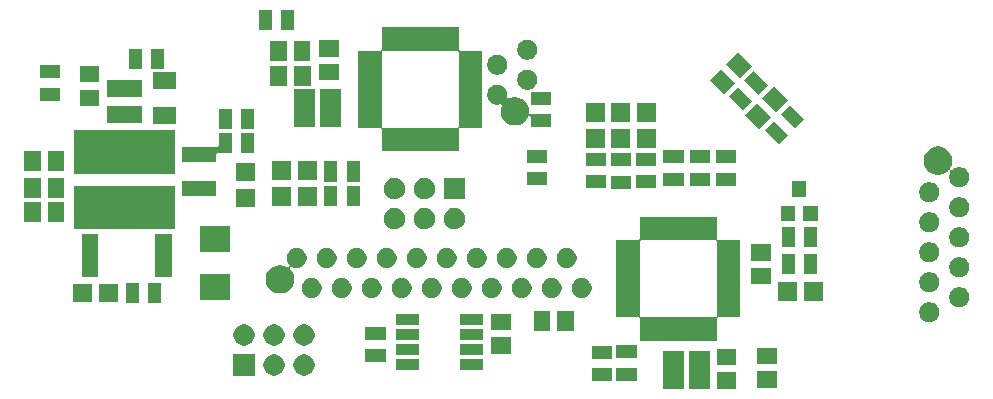
<source format=gts>
G04 #@! TF.GenerationSoftware,KiCad,Pcbnew,5.0.2-bee76a0~70~ubuntu18.04.1*
G04 #@! TF.CreationDate,2019-04-15T21:30:03-04:00*
G04 #@! TF.ProjectId,dashboard_mk4_rev4,64617368-626f-4617-9264-5f6d6b345f72,6.0*
G04 #@! TF.SameCoordinates,Original*
G04 #@! TF.FileFunction,Soldermask,Top*
G04 #@! TF.FilePolarity,Negative*
%FSLAX46Y46*%
G04 Gerber Fmt 4.6, Leading zero omitted, Abs format (unit mm)*
G04 Created by KiCad (PCBNEW 5.0.2-bee76a0~70~ubuntu18.04.1) date Mon 15 Apr 2019 09:30:03 PM EDT*
%MOMM*%
%LPD*%
G01*
G04 APERTURE LIST*
%ADD10C,0.100000*%
G04 APERTURE END LIST*
D10*
G36*
X144373812Y-162832579D02*
X142573812Y-162832579D01*
X142573812Y-159632579D01*
X144373812Y-159632579D01*
X144373812Y-162832579D01*
X144373812Y-162832579D01*
G37*
G36*
X142173812Y-162832579D02*
X140373812Y-162832579D01*
X140373812Y-159632579D01*
X142173812Y-159632579D01*
X142173812Y-162832579D01*
X142173812Y-162832579D01*
G37*
G36*
X146596154Y-162823336D02*
X144946154Y-162823336D01*
X144946154Y-161423336D01*
X146596154Y-161423336D01*
X146596154Y-162823336D01*
X146596154Y-162823336D01*
G37*
G36*
X150050000Y-162736000D02*
X148400000Y-162736000D01*
X148400000Y-161336000D01*
X150050000Y-161336000D01*
X150050000Y-162736000D01*
X150050000Y-162736000D01*
G37*
G36*
X136074713Y-162178576D02*
X134374713Y-162178576D01*
X134374713Y-161078576D01*
X136074713Y-161078576D01*
X136074713Y-162178576D01*
X136074713Y-162178576D01*
G37*
G36*
X138165315Y-162135472D02*
X136465315Y-162135472D01*
X136465315Y-161035472D01*
X138165315Y-161035472D01*
X138165315Y-162135472D01*
X138165315Y-162135472D01*
G37*
G36*
X110274551Y-159949286D02*
X110438339Y-160017129D01*
X110585750Y-160115626D01*
X110711104Y-160240980D01*
X110809601Y-160388391D01*
X110877444Y-160552179D01*
X110912030Y-160726056D01*
X110912030Y-160903344D01*
X110877444Y-161077221D01*
X110809601Y-161241009D01*
X110711104Y-161388420D01*
X110585750Y-161513774D01*
X110438339Y-161612271D01*
X110274551Y-161680114D01*
X110100674Y-161714700D01*
X109923386Y-161714700D01*
X109749509Y-161680114D01*
X109585721Y-161612271D01*
X109438310Y-161513774D01*
X109312956Y-161388420D01*
X109214459Y-161241009D01*
X109146616Y-161077221D01*
X109112030Y-160903344D01*
X109112030Y-160726056D01*
X109146616Y-160552179D01*
X109214459Y-160388391D01*
X109312956Y-160240980D01*
X109438310Y-160115626D01*
X109585721Y-160017129D01*
X109749509Y-159949286D01*
X109923386Y-159914700D01*
X110100674Y-159914700D01*
X110274551Y-159949286D01*
X110274551Y-159949286D01*
G37*
G36*
X107734551Y-159949286D02*
X107898339Y-160017129D01*
X108045750Y-160115626D01*
X108171104Y-160240980D01*
X108269601Y-160388391D01*
X108337444Y-160552179D01*
X108372030Y-160726056D01*
X108372030Y-160903344D01*
X108337444Y-161077221D01*
X108269601Y-161241009D01*
X108171104Y-161388420D01*
X108045750Y-161513774D01*
X107898339Y-161612271D01*
X107734551Y-161680114D01*
X107560674Y-161714700D01*
X107383386Y-161714700D01*
X107209509Y-161680114D01*
X107045721Y-161612271D01*
X106898310Y-161513774D01*
X106772956Y-161388420D01*
X106674459Y-161241009D01*
X106606616Y-161077221D01*
X106572030Y-160903344D01*
X106572030Y-160726056D01*
X106606616Y-160552179D01*
X106674459Y-160388391D01*
X106772956Y-160240980D01*
X106898310Y-160115626D01*
X107045721Y-160017129D01*
X107209509Y-159949286D01*
X107383386Y-159914700D01*
X107560674Y-159914700D01*
X107734551Y-159949286D01*
X107734551Y-159949286D01*
G37*
G36*
X105832030Y-161714700D02*
X104032030Y-161714700D01*
X104032030Y-159914700D01*
X105832030Y-159914700D01*
X105832030Y-161714700D01*
X105832030Y-161714700D01*
G37*
G36*
X125183516Y-161271054D02*
X123233516Y-161271054D01*
X123233516Y-160271054D01*
X125183516Y-160271054D01*
X125183516Y-161271054D01*
X125183516Y-161271054D01*
G37*
G36*
X119783516Y-161271054D02*
X117833516Y-161271054D01*
X117833516Y-160271054D01*
X119783516Y-160271054D01*
X119783516Y-161271054D01*
X119783516Y-161271054D01*
G37*
G36*
X146596154Y-160823336D02*
X144946154Y-160823336D01*
X144946154Y-159423336D01*
X146596154Y-159423336D01*
X146596154Y-160823336D01*
X146596154Y-160823336D01*
G37*
G36*
X150050000Y-160736000D02*
X148400000Y-160736000D01*
X148400000Y-159336000D01*
X150050000Y-159336000D01*
X150050000Y-160736000D01*
X150050000Y-160736000D01*
G37*
G36*
X116915297Y-160561632D02*
X115215297Y-160561632D01*
X115215297Y-159461632D01*
X116915297Y-159461632D01*
X116915297Y-160561632D01*
X116915297Y-160561632D01*
G37*
G36*
X136074713Y-160278578D02*
X134374713Y-160278578D01*
X134374713Y-159178578D01*
X136074713Y-159178578D01*
X136074713Y-160278578D01*
X136074713Y-160278578D01*
G37*
G36*
X138165315Y-160235474D02*
X136465315Y-160235474D01*
X136465315Y-159135474D01*
X138165315Y-159135474D01*
X138165315Y-160235474D01*
X138165315Y-160235474D01*
G37*
G36*
X125183516Y-160001054D02*
X123233516Y-160001054D01*
X123233516Y-159001054D01*
X125183516Y-159001054D01*
X125183516Y-160001054D01*
X125183516Y-160001054D01*
G37*
G36*
X119783516Y-160001054D02*
X117833516Y-160001054D01*
X117833516Y-159001054D01*
X119783516Y-159001054D01*
X119783516Y-160001054D01*
X119783516Y-160001054D01*
G37*
G36*
X127530359Y-159854855D02*
X125880359Y-159854855D01*
X125880359Y-158454855D01*
X127530359Y-158454855D01*
X127530359Y-159854855D01*
X127530359Y-159854855D01*
G37*
G36*
X107734551Y-157409286D02*
X107898339Y-157477129D01*
X108045750Y-157575626D01*
X108171104Y-157700980D01*
X108269601Y-157848391D01*
X108337444Y-158012179D01*
X108372030Y-158186056D01*
X108372030Y-158363344D01*
X108337444Y-158537221D01*
X108269601Y-158701009D01*
X108171104Y-158848420D01*
X108045750Y-158973774D01*
X107898339Y-159072271D01*
X107734551Y-159140114D01*
X107560674Y-159174700D01*
X107383386Y-159174700D01*
X107209509Y-159140114D01*
X107045721Y-159072271D01*
X106898310Y-158973774D01*
X106772956Y-158848420D01*
X106674459Y-158701009D01*
X106606616Y-158537221D01*
X106572030Y-158363344D01*
X106572030Y-158186056D01*
X106606616Y-158012179D01*
X106674459Y-157848391D01*
X106772956Y-157700980D01*
X106898310Y-157575626D01*
X107045721Y-157477129D01*
X107209509Y-157409286D01*
X107383386Y-157374700D01*
X107560674Y-157374700D01*
X107734551Y-157409286D01*
X107734551Y-157409286D01*
G37*
G36*
X110274551Y-157409286D02*
X110438339Y-157477129D01*
X110585750Y-157575626D01*
X110711104Y-157700980D01*
X110809601Y-157848391D01*
X110877444Y-158012179D01*
X110912030Y-158186056D01*
X110912030Y-158363344D01*
X110877444Y-158537221D01*
X110809601Y-158701009D01*
X110711104Y-158848420D01*
X110585750Y-158973774D01*
X110438339Y-159072271D01*
X110274551Y-159140114D01*
X110100674Y-159174700D01*
X109923386Y-159174700D01*
X109749509Y-159140114D01*
X109585721Y-159072271D01*
X109438310Y-158973774D01*
X109312956Y-158848420D01*
X109214459Y-158701009D01*
X109146616Y-158537221D01*
X109112030Y-158363344D01*
X109112030Y-158186056D01*
X109146616Y-158012179D01*
X109214459Y-157848391D01*
X109312956Y-157700980D01*
X109438310Y-157575626D01*
X109585721Y-157477129D01*
X109749509Y-157409286D01*
X109923386Y-157374700D01*
X110100674Y-157374700D01*
X110274551Y-157409286D01*
X110274551Y-157409286D01*
G37*
G36*
X105194551Y-157409286D02*
X105358339Y-157477129D01*
X105505750Y-157575626D01*
X105631104Y-157700980D01*
X105729601Y-157848391D01*
X105797444Y-158012179D01*
X105832030Y-158186056D01*
X105832030Y-158363344D01*
X105797444Y-158537221D01*
X105729601Y-158701009D01*
X105631104Y-158848420D01*
X105505750Y-158973774D01*
X105358339Y-159072271D01*
X105194551Y-159140114D01*
X105020674Y-159174700D01*
X104843386Y-159174700D01*
X104669509Y-159140114D01*
X104505721Y-159072271D01*
X104358310Y-158973774D01*
X104232956Y-158848420D01*
X104134459Y-158701009D01*
X104066616Y-158537221D01*
X104032030Y-158363344D01*
X104032030Y-158186056D01*
X104066616Y-158012179D01*
X104134459Y-157848391D01*
X104232956Y-157700980D01*
X104358310Y-157575626D01*
X104505721Y-157477129D01*
X104669509Y-157409286D01*
X104843386Y-157374700D01*
X105020674Y-157374700D01*
X105194551Y-157409286D01*
X105194551Y-157409286D01*
G37*
G36*
X144981587Y-150096853D02*
X144983989Y-150121239D01*
X144991102Y-150144688D01*
X145002653Y-150166299D01*
X145018199Y-150185241D01*
X145037141Y-150200787D01*
X145058752Y-150212338D01*
X145082201Y-150219451D01*
X145106587Y-150221853D01*
X146956587Y-150221853D01*
X146956587Y-156771853D01*
X145106587Y-156771853D01*
X145082201Y-156774255D01*
X145058752Y-156781368D01*
X145037141Y-156792919D01*
X145018199Y-156808465D01*
X145002653Y-156827407D01*
X144991102Y-156849018D01*
X144983989Y-156872467D01*
X144981587Y-156896853D01*
X144981587Y-158746853D01*
X138431587Y-158746853D01*
X138431587Y-156896853D01*
X138429185Y-156872467D01*
X138422072Y-156849018D01*
X138410521Y-156827407D01*
X138394975Y-156808465D01*
X138376033Y-156792919D01*
X138354422Y-156781368D01*
X138330973Y-156774255D01*
X138306587Y-156771853D01*
X136456587Y-156771853D01*
X136456587Y-150371853D01*
X138456587Y-150371853D01*
X138456587Y-156621853D01*
X138458989Y-156646239D01*
X138466102Y-156669688D01*
X138477653Y-156691299D01*
X138493199Y-156710241D01*
X138512141Y-156725787D01*
X138533752Y-156737338D01*
X138557201Y-156744451D01*
X138581587Y-156746853D01*
X144831587Y-156746853D01*
X144855973Y-156744451D01*
X144879422Y-156737338D01*
X144901033Y-156725787D01*
X144919975Y-156710241D01*
X144935521Y-156691299D01*
X144947072Y-156669688D01*
X144954185Y-156646239D01*
X144956587Y-156621853D01*
X144956587Y-150371853D01*
X144954185Y-150347467D01*
X144947072Y-150324018D01*
X144935521Y-150302407D01*
X144919975Y-150283465D01*
X144901033Y-150267919D01*
X144879422Y-150256368D01*
X144855973Y-150249255D01*
X144831587Y-150246853D01*
X138581587Y-150246853D01*
X138557201Y-150249255D01*
X138533752Y-150256368D01*
X138512141Y-150267919D01*
X138493199Y-150283465D01*
X138477653Y-150302407D01*
X138466102Y-150324018D01*
X138458989Y-150347467D01*
X138456587Y-150371853D01*
X136456587Y-150371853D01*
X136456587Y-150221853D01*
X138306587Y-150221853D01*
X138330973Y-150219451D01*
X138354422Y-150212338D01*
X138376033Y-150200787D01*
X138394975Y-150185241D01*
X138410521Y-150166299D01*
X138422072Y-150144688D01*
X138429185Y-150121239D01*
X138431587Y-150096853D01*
X138431587Y-148246853D01*
X144981587Y-148246853D01*
X144981587Y-150096853D01*
X144981587Y-150096853D01*
G37*
G36*
X119783516Y-158731054D02*
X117833516Y-158731054D01*
X117833516Y-157731054D01*
X119783516Y-157731054D01*
X119783516Y-158731054D01*
X119783516Y-158731054D01*
G37*
G36*
X125183516Y-158731054D02*
X123233516Y-158731054D01*
X123233516Y-157731054D01*
X125183516Y-157731054D01*
X125183516Y-158731054D01*
X125183516Y-158731054D01*
G37*
G36*
X116915297Y-158661634D02*
X115215297Y-158661634D01*
X115215297Y-157561634D01*
X116915297Y-157561634D01*
X116915297Y-158661634D01*
X116915297Y-158661634D01*
G37*
G36*
X132842290Y-157918601D02*
X131442290Y-157918601D01*
X131442290Y-156268601D01*
X132842290Y-156268601D01*
X132842290Y-157918601D01*
X132842290Y-157918601D01*
G37*
G36*
X130842290Y-157918601D02*
X129442290Y-157918601D01*
X129442290Y-156268601D01*
X130842290Y-156268601D01*
X130842290Y-157918601D01*
X130842290Y-157918601D01*
G37*
G36*
X127530359Y-157854855D02*
X125880359Y-157854855D01*
X125880359Y-156454855D01*
X127530359Y-156454855D01*
X127530359Y-157854855D01*
X127530359Y-157854855D01*
G37*
G36*
X125183516Y-157461054D02*
X123233516Y-157461054D01*
X123233516Y-156461054D01*
X125183516Y-156461054D01*
X125183516Y-157461054D01*
X125183516Y-157461054D01*
G37*
G36*
X119783516Y-157461054D02*
X117833516Y-157461054D01*
X117833516Y-156461054D01*
X119783516Y-156461054D01*
X119783516Y-157461054D01*
X119783516Y-157461054D01*
G37*
G36*
X163188934Y-155519664D02*
X163343627Y-155583740D01*
X163482847Y-155676764D01*
X163601236Y-155795153D01*
X163694260Y-155934373D01*
X163758336Y-156089066D01*
X163791000Y-156253281D01*
X163791000Y-156420719D01*
X163758336Y-156584934D01*
X163694260Y-156739627D01*
X163601236Y-156878847D01*
X163482847Y-156997236D01*
X163343627Y-157090260D01*
X163188934Y-157154336D01*
X163024719Y-157187000D01*
X162857281Y-157187000D01*
X162693066Y-157154336D01*
X162538373Y-157090260D01*
X162399153Y-156997236D01*
X162280764Y-156878847D01*
X162187740Y-156739627D01*
X162123664Y-156584934D01*
X162091000Y-156420719D01*
X162091000Y-156253281D01*
X162123664Y-156089066D01*
X162187740Y-155934373D01*
X162280764Y-155795153D01*
X162399153Y-155676764D01*
X162538373Y-155583740D01*
X162693066Y-155519664D01*
X162857281Y-155487000D01*
X163024719Y-155487000D01*
X163188934Y-155519664D01*
X163188934Y-155519664D01*
G37*
G36*
X165728934Y-154249664D02*
X165883627Y-154313740D01*
X166022847Y-154406764D01*
X166141236Y-154525153D01*
X166234260Y-154664373D01*
X166298336Y-154819066D01*
X166331000Y-154983281D01*
X166331000Y-155150719D01*
X166298336Y-155314934D01*
X166234260Y-155469627D01*
X166141236Y-155608847D01*
X166022847Y-155727236D01*
X165883627Y-155820260D01*
X165728934Y-155884336D01*
X165564719Y-155917000D01*
X165397281Y-155917000D01*
X165233066Y-155884336D01*
X165078373Y-155820260D01*
X164939153Y-155727236D01*
X164820764Y-155608847D01*
X164727740Y-155469627D01*
X164663664Y-155314934D01*
X164631000Y-155150719D01*
X164631000Y-154983281D01*
X164663664Y-154819066D01*
X164727740Y-154664373D01*
X164820764Y-154525153D01*
X164939153Y-154406764D01*
X165078373Y-154313740D01*
X165233066Y-154249664D01*
X165397281Y-154217000D01*
X165564719Y-154217000D01*
X165728934Y-154249664D01*
X165728934Y-154249664D01*
G37*
G36*
X96006096Y-155562001D02*
X94906096Y-155562001D01*
X94906096Y-153862001D01*
X96006096Y-153862001D01*
X96006096Y-155562001D01*
X96006096Y-155562001D01*
G37*
G36*
X97906096Y-155562001D02*
X96806096Y-155562001D01*
X96806096Y-153862001D01*
X97906096Y-153862001D01*
X97906096Y-155562001D01*
X97906096Y-155562001D01*
G37*
G36*
X94242098Y-155511999D02*
X92642098Y-155511999D01*
X92642098Y-153911999D01*
X94242098Y-153911999D01*
X94242098Y-155511999D01*
X94242098Y-155511999D01*
G37*
G36*
X92042098Y-155511999D02*
X90442098Y-155511999D01*
X90442098Y-153911999D01*
X92042098Y-153911999D01*
X92042098Y-155511999D01*
X92042098Y-155511999D01*
G37*
G36*
X153968961Y-155365382D02*
X152368961Y-155365382D01*
X152368961Y-153765382D01*
X153968961Y-153765382D01*
X153968961Y-155365382D01*
X153968961Y-155365382D01*
G37*
G36*
X151768963Y-155365382D02*
X150168963Y-155365382D01*
X150168963Y-153765382D01*
X151768963Y-153765382D01*
X151768963Y-155365382D01*
X151768963Y-155365382D01*
G37*
G36*
X103781594Y-155293000D02*
X101222594Y-155293000D01*
X101222594Y-153115000D01*
X103781594Y-153115000D01*
X103781594Y-155293000D01*
X103781594Y-155293000D01*
G37*
G36*
X115977504Y-153467024D02*
X116132197Y-153531100D01*
X116271417Y-153624124D01*
X116389806Y-153742513D01*
X116482830Y-153881733D01*
X116546906Y-154036426D01*
X116579570Y-154200641D01*
X116579570Y-154368079D01*
X116546906Y-154532294D01*
X116482830Y-154686987D01*
X116389806Y-154826207D01*
X116271417Y-154944596D01*
X116132197Y-155037620D01*
X115977504Y-155101696D01*
X115813289Y-155134360D01*
X115645851Y-155134360D01*
X115481636Y-155101696D01*
X115326943Y-155037620D01*
X115187723Y-154944596D01*
X115069334Y-154826207D01*
X114976310Y-154686987D01*
X114912234Y-154532294D01*
X114879570Y-154368079D01*
X114879570Y-154200641D01*
X114912234Y-154036426D01*
X114976310Y-153881733D01*
X115069334Y-153742513D01*
X115187723Y-153624124D01*
X115326943Y-153531100D01*
X115481636Y-153467024D01*
X115645851Y-153434360D01*
X115813289Y-153434360D01*
X115977504Y-153467024D01*
X115977504Y-153467024D01*
G37*
G36*
X133757504Y-153467024D02*
X133912197Y-153531100D01*
X134051417Y-153624124D01*
X134169806Y-153742513D01*
X134262830Y-153881733D01*
X134326906Y-154036426D01*
X134359570Y-154200641D01*
X134359570Y-154368079D01*
X134326906Y-154532294D01*
X134262830Y-154686987D01*
X134169806Y-154826207D01*
X134051417Y-154944596D01*
X133912197Y-155037620D01*
X133757504Y-155101696D01*
X133593289Y-155134360D01*
X133425851Y-155134360D01*
X133261636Y-155101696D01*
X133106943Y-155037620D01*
X132967723Y-154944596D01*
X132849334Y-154826207D01*
X132756310Y-154686987D01*
X132692234Y-154532294D01*
X132659570Y-154368079D01*
X132659570Y-154200641D01*
X132692234Y-154036426D01*
X132756310Y-153881733D01*
X132849334Y-153742513D01*
X132967723Y-153624124D01*
X133106943Y-153531100D01*
X133261636Y-153467024D01*
X133425851Y-153434360D01*
X133593289Y-153434360D01*
X133757504Y-153467024D01*
X133757504Y-153467024D01*
G37*
G36*
X131217504Y-153467024D02*
X131372197Y-153531100D01*
X131511417Y-153624124D01*
X131629806Y-153742513D01*
X131722830Y-153881733D01*
X131786906Y-154036426D01*
X131819570Y-154200641D01*
X131819570Y-154368079D01*
X131786906Y-154532294D01*
X131722830Y-154686987D01*
X131629806Y-154826207D01*
X131511417Y-154944596D01*
X131372197Y-155037620D01*
X131217504Y-155101696D01*
X131053289Y-155134360D01*
X130885851Y-155134360D01*
X130721636Y-155101696D01*
X130566943Y-155037620D01*
X130427723Y-154944596D01*
X130309334Y-154826207D01*
X130216310Y-154686987D01*
X130152234Y-154532294D01*
X130119570Y-154368079D01*
X130119570Y-154200641D01*
X130152234Y-154036426D01*
X130216310Y-153881733D01*
X130309334Y-153742513D01*
X130427723Y-153624124D01*
X130566943Y-153531100D01*
X130721636Y-153467024D01*
X130885851Y-153434360D01*
X131053289Y-153434360D01*
X131217504Y-153467024D01*
X131217504Y-153467024D01*
G37*
G36*
X128677504Y-153467024D02*
X128832197Y-153531100D01*
X128971417Y-153624124D01*
X129089806Y-153742513D01*
X129182830Y-153881733D01*
X129246906Y-154036426D01*
X129279570Y-154200641D01*
X129279570Y-154368079D01*
X129246906Y-154532294D01*
X129182830Y-154686987D01*
X129089806Y-154826207D01*
X128971417Y-154944596D01*
X128832197Y-155037620D01*
X128677504Y-155101696D01*
X128513289Y-155134360D01*
X128345851Y-155134360D01*
X128181636Y-155101696D01*
X128026943Y-155037620D01*
X127887723Y-154944596D01*
X127769334Y-154826207D01*
X127676310Y-154686987D01*
X127612234Y-154532294D01*
X127579570Y-154368079D01*
X127579570Y-154200641D01*
X127612234Y-154036426D01*
X127676310Y-153881733D01*
X127769334Y-153742513D01*
X127887723Y-153624124D01*
X128026943Y-153531100D01*
X128181636Y-153467024D01*
X128345851Y-153434360D01*
X128513289Y-153434360D01*
X128677504Y-153467024D01*
X128677504Y-153467024D01*
G37*
G36*
X126137504Y-153467024D02*
X126292197Y-153531100D01*
X126431417Y-153624124D01*
X126549806Y-153742513D01*
X126642830Y-153881733D01*
X126706906Y-154036426D01*
X126739570Y-154200641D01*
X126739570Y-154368079D01*
X126706906Y-154532294D01*
X126642830Y-154686987D01*
X126549806Y-154826207D01*
X126431417Y-154944596D01*
X126292197Y-155037620D01*
X126137504Y-155101696D01*
X125973289Y-155134360D01*
X125805851Y-155134360D01*
X125641636Y-155101696D01*
X125486943Y-155037620D01*
X125347723Y-154944596D01*
X125229334Y-154826207D01*
X125136310Y-154686987D01*
X125072234Y-154532294D01*
X125039570Y-154368079D01*
X125039570Y-154200641D01*
X125072234Y-154036426D01*
X125136310Y-153881733D01*
X125229334Y-153742513D01*
X125347723Y-153624124D01*
X125486943Y-153531100D01*
X125641636Y-153467024D01*
X125805851Y-153434360D01*
X125973289Y-153434360D01*
X126137504Y-153467024D01*
X126137504Y-153467024D01*
G37*
G36*
X113437504Y-153467024D02*
X113592197Y-153531100D01*
X113731417Y-153624124D01*
X113849806Y-153742513D01*
X113942830Y-153881733D01*
X114006906Y-154036426D01*
X114039570Y-154200641D01*
X114039570Y-154368079D01*
X114006906Y-154532294D01*
X113942830Y-154686987D01*
X113849806Y-154826207D01*
X113731417Y-154944596D01*
X113592197Y-155037620D01*
X113437504Y-155101696D01*
X113273289Y-155134360D01*
X113105851Y-155134360D01*
X112941636Y-155101696D01*
X112786943Y-155037620D01*
X112647723Y-154944596D01*
X112529334Y-154826207D01*
X112436310Y-154686987D01*
X112372234Y-154532294D01*
X112339570Y-154368079D01*
X112339570Y-154200641D01*
X112372234Y-154036426D01*
X112436310Y-153881733D01*
X112529334Y-153742513D01*
X112647723Y-153624124D01*
X112786943Y-153531100D01*
X112941636Y-153467024D01*
X113105851Y-153434360D01*
X113273289Y-153434360D01*
X113437504Y-153467024D01*
X113437504Y-153467024D01*
G37*
G36*
X118517504Y-153467024D02*
X118672197Y-153531100D01*
X118811417Y-153624124D01*
X118929806Y-153742513D01*
X119022830Y-153881733D01*
X119086906Y-154036426D01*
X119119570Y-154200641D01*
X119119570Y-154368079D01*
X119086906Y-154532294D01*
X119022830Y-154686987D01*
X118929806Y-154826207D01*
X118811417Y-154944596D01*
X118672197Y-155037620D01*
X118517504Y-155101696D01*
X118353289Y-155134360D01*
X118185851Y-155134360D01*
X118021636Y-155101696D01*
X117866943Y-155037620D01*
X117727723Y-154944596D01*
X117609334Y-154826207D01*
X117516310Y-154686987D01*
X117452234Y-154532294D01*
X117419570Y-154368079D01*
X117419570Y-154200641D01*
X117452234Y-154036426D01*
X117516310Y-153881733D01*
X117609334Y-153742513D01*
X117727723Y-153624124D01*
X117866943Y-153531100D01*
X118021636Y-153467024D01*
X118185851Y-153434360D01*
X118353289Y-153434360D01*
X118517504Y-153467024D01*
X118517504Y-153467024D01*
G37*
G36*
X123597504Y-153467024D02*
X123752197Y-153531100D01*
X123891417Y-153624124D01*
X124009806Y-153742513D01*
X124102830Y-153881733D01*
X124166906Y-154036426D01*
X124199570Y-154200641D01*
X124199570Y-154368079D01*
X124166906Y-154532294D01*
X124102830Y-154686987D01*
X124009806Y-154826207D01*
X123891417Y-154944596D01*
X123752197Y-155037620D01*
X123597504Y-155101696D01*
X123433289Y-155134360D01*
X123265851Y-155134360D01*
X123101636Y-155101696D01*
X122946943Y-155037620D01*
X122807723Y-154944596D01*
X122689334Y-154826207D01*
X122596310Y-154686987D01*
X122532234Y-154532294D01*
X122499570Y-154368079D01*
X122499570Y-154200641D01*
X122532234Y-154036426D01*
X122596310Y-153881733D01*
X122689334Y-153742513D01*
X122807723Y-153624124D01*
X122946943Y-153531100D01*
X123101636Y-153467024D01*
X123265851Y-153434360D01*
X123433289Y-153434360D01*
X123597504Y-153467024D01*
X123597504Y-153467024D01*
G37*
G36*
X121057504Y-153467024D02*
X121212197Y-153531100D01*
X121351417Y-153624124D01*
X121469806Y-153742513D01*
X121562830Y-153881733D01*
X121626906Y-154036426D01*
X121659570Y-154200641D01*
X121659570Y-154368079D01*
X121626906Y-154532294D01*
X121562830Y-154686987D01*
X121469806Y-154826207D01*
X121351417Y-154944596D01*
X121212197Y-155037620D01*
X121057504Y-155101696D01*
X120893289Y-155134360D01*
X120725851Y-155134360D01*
X120561636Y-155101696D01*
X120406943Y-155037620D01*
X120267723Y-154944596D01*
X120149334Y-154826207D01*
X120056310Y-154686987D01*
X119992234Y-154532294D01*
X119959570Y-154368079D01*
X119959570Y-154200641D01*
X119992234Y-154036426D01*
X120056310Y-153881733D01*
X120149334Y-153742513D01*
X120267723Y-153624124D01*
X120406943Y-153531100D01*
X120561636Y-153467024D01*
X120725851Y-153434360D01*
X120893289Y-153434360D01*
X121057504Y-153467024D01*
X121057504Y-153467024D01*
G37*
G36*
X110897504Y-153467024D02*
X111052197Y-153531100D01*
X111191417Y-153624124D01*
X111309806Y-153742513D01*
X111402830Y-153881733D01*
X111466906Y-154036426D01*
X111499570Y-154200641D01*
X111499570Y-154368079D01*
X111466906Y-154532294D01*
X111402830Y-154686987D01*
X111309806Y-154826207D01*
X111191417Y-154944596D01*
X111052197Y-155037620D01*
X110897504Y-155101696D01*
X110733289Y-155134360D01*
X110565851Y-155134360D01*
X110401636Y-155101696D01*
X110246943Y-155037620D01*
X110107723Y-154944596D01*
X109989334Y-154826207D01*
X109896310Y-154686987D01*
X109832234Y-154532294D01*
X109799570Y-154368079D01*
X109799570Y-154200641D01*
X109832234Y-154036426D01*
X109896310Y-153881733D01*
X109989334Y-153742513D01*
X110107723Y-153624124D01*
X110246943Y-153531100D01*
X110401636Y-153467024D01*
X110565851Y-153434360D01*
X110733289Y-153434360D01*
X110897504Y-153467024D01*
X110897504Y-153467024D01*
G37*
G36*
X109627504Y-150927024D02*
X109782197Y-150991100D01*
X109921417Y-151084124D01*
X110039806Y-151202513D01*
X110132830Y-151341733D01*
X110196906Y-151496426D01*
X110229570Y-151660641D01*
X110229570Y-151828079D01*
X110196906Y-151992294D01*
X110132830Y-152146987D01*
X110039806Y-152286207D01*
X109921417Y-152404596D01*
X109782197Y-152497620D01*
X109627504Y-152561696D01*
X109463289Y-152594360D01*
X109295851Y-152594360D01*
X109131636Y-152561696D01*
X108966564Y-152493321D01*
X108964673Y-152492310D01*
X108941223Y-152485197D01*
X108916837Y-152482796D01*
X108892451Y-152485198D01*
X108869002Y-152492312D01*
X108847391Y-152503863D01*
X108828449Y-152519409D01*
X108812904Y-152538351D01*
X108801353Y-152559962D01*
X108794240Y-152583412D01*
X108791839Y-152607798D01*
X108794241Y-152632184D01*
X108801355Y-152655633D01*
X108812906Y-152677244D01*
X108828451Y-152696184D01*
X108911669Y-152779402D01*
X109042997Y-152975948D01*
X109133455Y-153194334D01*
X109179570Y-153426169D01*
X109179570Y-153662551D01*
X109133455Y-153894386D01*
X109042997Y-154112772D01*
X108911669Y-154309318D01*
X108744528Y-154476459D01*
X108547982Y-154607787D01*
X108329596Y-154698245D01*
X108097761Y-154744360D01*
X107861379Y-154744360D01*
X107629544Y-154698245D01*
X107411158Y-154607787D01*
X107214612Y-154476459D01*
X107047471Y-154309318D01*
X106916143Y-154112772D01*
X106825685Y-153894386D01*
X106779570Y-153662551D01*
X106779570Y-153426169D01*
X106825685Y-153194334D01*
X106916143Y-152975948D01*
X107047471Y-152779402D01*
X107214612Y-152612261D01*
X107411158Y-152480933D01*
X107629544Y-152390475D01*
X107861379Y-152344360D01*
X108097761Y-152344360D01*
X108329596Y-152390475D01*
X108547982Y-152480933D01*
X108595965Y-152512994D01*
X108617576Y-152524545D01*
X108641025Y-152531658D01*
X108665411Y-152534060D01*
X108689797Y-152531658D01*
X108713246Y-152524545D01*
X108734857Y-152512994D01*
X108753799Y-152497448D01*
X108769345Y-152478506D01*
X108780896Y-152456895D01*
X108788009Y-152433446D01*
X108790411Y-152409060D01*
X108788009Y-152384674D01*
X108780896Y-152361225D01*
X108769345Y-152339614D01*
X108753799Y-152320672D01*
X108719334Y-152286207D01*
X108626310Y-152146987D01*
X108562234Y-151992294D01*
X108529570Y-151828079D01*
X108529570Y-151660641D01*
X108562234Y-151496426D01*
X108626310Y-151341733D01*
X108719334Y-151202513D01*
X108837723Y-151084124D01*
X108976943Y-150991100D01*
X109131636Y-150927024D01*
X109295851Y-150894360D01*
X109463289Y-150894360D01*
X109627504Y-150927024D01*
X109627504Y-150927024D01*
G37*
G36*
X163188934Y-152979664D02*
X163343627Y-153043740D01*
X163482847Y-153136764D01*
X163601236Y-153255153D01*
X163694260Y-153394373D01*
X163758336Y-153549066D01*
X163791000Y-153713281D01*
X163791000Y-153880719D01*
X163758336Y-154044934D01*
X163694260Y-154199627D01*
X163601236Y-154338847D01*
X163482847Y-154457236D01*
X163343627Y-154550260D01*
X163188934Y-154614336D01*
X163024719Y-154647000D01*
X162857281Y-154647000D01*
X162693066Y-154614336D01*
X162538373Y-154550260D01*
X162399153Y-154457236D01*
X162280764Y-154338847D01*
X162187740Y-154199627D01*
X162123664Y-154044934D01*
X162091000Y-153880719D01*
X162091000Y-153713281D01*
X162123664Y-153549066D01*
X162187740Y-153394373D01*
X162280764Y-153255153D01*
X162399153Y-153136764D01*
X162538373Y-153043740D01*
X162693066Y-152979664D01*
X162857281Y-152947000D01*
X163024719Y-152947000D01*
X163188934Y-152979664D01*
X163188934Y-152979664D01*
G37*
G36*
X149542000Y-153973000D02*
X147892000Y-153973000D01*
X147892000Y-152573000D01*
X149542000Y-152573000D01*
X149542000Y-153973000D01*
X149542000Y-153973000D01*
G37*
G36*
X165728934Y-151709664D02*
X165883627Y-151773740D01*
X166022847Y-151866764D01*
X166141236Y-151985153D01*
X166234260Y-152124373D01*
X166298336Y-152279066D01*
X166331000Y-152443281D01*
X166331000Y-152610719D01*
X166298336Y-152774934D01*
X166234260Y-152929627D01*
X166141236Y-153068847D01*
X166022847Y-153187236D01*
X165883627Y-153280260D01*
X165728934Y-153344336D01*
X165564719Y-153377000D01*
X165397281Y-153377000D01*
X165233066Y-153344336D01*
X165078373Y-153280260D01*
X164939153Y-153187236D01*
X164820764Y-153068847D01*
X164727740Y-152929627D01*
X164663664Y-152774934D01*
X164631000Y-152610719D01*
X164631000Y-152443281D01*
X164663664Y-152279066D01*
X164727740Y-152124373D01*
X164820764Y-151985153D01*
X164939153Y-151866764D01*
X165078373Y-151773740D01*
X165233066Y-151709664D01*
X165397281Y-151677000D01*
X165564719Y-151677000D01*
X165728934Y-151709664D01*
X165728934Y-151709664D01*
G37*
G36*
X98809097Y-153336996D02*
X97409097Y-153336996D01*
X97409097Y-149736996D01*
X98809097Y-149736996D01*
X98809097Y-153336996D01*
X98809097Y-153336996D01*
G37*
G36*
X92609097Y-153336996D02*
X91209097Y-153336996D01*
X91209097Y-149736996D01*
X92609097Y-149736996D01*
X92609097Y-153336996D01*
X92609097Y-153336996D01*
G37*
G36*
X153441960Y-153129382D02*
X152341960Y-153129382D01*
X152341960Y-151429382D01*
X153441960Y-151429382D01*
X153441960Y-153129382D01*
X153441960Y-153129382D01*
G37*
G36*
X151541962Y-153129382D02*
X150441962Y-153129382D01*
X150441962Y-151429382D01*
X151541962Y-151429382D01*
X151541962Y-153129382D01*
X151541962Y-153129382D01*
G37*
G36*
X127407504Y-150927024D02*
X127562197Y-150991100D01*
X127701417Y-151084124D01*
X127819806Y-151202513D01*
X127912830Y-151341733D01*
X127976906Y-151496426D01*
X128009570Y-151660641D01*
X128009570Y-151828079D01*
X127976906Y-151992294D01*
X127912830Y-152146987D01*
X127819806Y-152286207D01*
X127701417Y-152404596D01*
X127562197Y-152497620D01*
X127407504Y-152561696D01*
X127243289Y-152594360D01*
X127075851Y-152594360D01*
X126911636Y-152561696D01*
X126756943Y-152497620D01*
X126617723Y-152404596D01*
X126499334Y-152286207D01*
X126406310Y-152146987D01*
X126342234Y-151992294D01*
X126309570Y-151828079D01*
X126309570Y-151660641D01*
X126342234Y-151496426D01*
X126406310Y-151341733D01*
X126499334Y-151202513D01*
X126617723Y-151084124D01*
X126756943Y-150991100D01*
X126911636Y-150927024D01*
X127075851Y-150894360D01*
X127243289Y-150894360D01*
X127407504Y-150927024D01*
X127407504Y-150927024D01*
G37*
G36*
X122327504Y-150927024D02*
X122482197Y-150991100D01*
X122621417Y-151084124D01*
X122739806Y-151202513D01*
X122832830Y-151341733D01*
X122896906Y-151496426D01*
X122929570Y-151660641D01*
X122929570Y-151828079D01*
X122896906Y-151992294D01*
X122832830Y-152146987D01*
X122739806Y-152286207D01*
X122621417Y-152404596D01*
X122482197Y-152497620D01*
X122327504Y-152561696D01*
X122163289Y-152594360D01*
X121995851Y-152594360D01*
X121831636Y-152561696D01*
X121676943Y-152497620D01*
X121537723Y-152404596D01*
X121419334Y-152286207D01*
X121326310Y-152146987D01*
X121262234Y-151992294D01*
X121229570Y-151828079D01*
X121229570Y-151660641D01*
X121262234Y-151496426D01*
X121326310Y-151341733D01*
X121419334Y-151202513D01*
X121537723Y-151084124D01*
X121676943Y-150991100D01*
X121831636Y-150927024D01*
X121995851Y-150894360D01*
X122163289Y-150894360D01*
X122327504Y-150927024D01*
X122327504Y-150927024D01*
G37*
G36*
X129947504Y-150927024D02*
X130102197Y-150991100D01*
X130241417Y-151084124D01*
X130359806Y-151202513D01*
X130452830Y-151341733D01*
X130516906Y-151496426D01*
X130549570Y-151660641D01*
X130549570Y-151828079D01*
X130516906Y-151992294D01*
X130452830Y-152146987D01*
X130359806Y-152286207D01*
X130241417Y-152404596D01*
X130102197Y-152497620D01*
X129947504Y-152561696D01*
X129783289Y-152594360D01*
X129615851Y-152594360D01*
X129451636Y-152561696D01*
X129296943Y-152497620D01*
X129157723Y-152404596D01*
X129039334Y-152286207D01*
X128946310Y-152146987D01*
X128882234Y-151992294D01*
X128849570Y-151828079D01*
X128849570Y-151660641D01*
X128882234Y-151496426D01*
X128946310Y-151341733D01*
X129039334Y-151202513D01*
X129157723Y-151084124D01*
X129296943Y-150991100D01*
X129451636Y-150927024D01*
X129615851Y-150894360D01*
X129783289Y-150894360D01*
X129947504Y-150927024D01*
X129947504Y-150927024D01*
G37*
G36*
X124867504Y-150927024D02*
X125022197Y-150991100D01*
X125161417Y-151084124D01*
X125279806Y-151202513D01*
X125372830Y-151341733D01*
X125436906Y-151496426D01*
X125469570Y-151660641D01*
X125469570Y-151828079D01*
X125436906Y-151992294D01*
X125372830Y-152146987D01*
X125279806Y-152286207D01*
X125161417Y-152404596D01*
X125022197Y-152497620D01*
X124867504Y-152561696D01*
X124703289Y-152594360D01*
X124535851Y-152594360D01*
X124371636Y-152561696D01*
X124216943Y-152497620D01*
X124077723Y-152404596D01*
X123959334Y-152286207D01*
X123866310Y-152146987D01*
X123802234Y-151992294D01*
X123769570Y-151828079D01*
X123769570Y-151660641D01*
X123802234Y-151496426D01*
X123866310Y-151341733D01*
X123959334Y-151202513D01*
X124077723Y-151084124D01*
X124216943Y-150991100D01*
X124371636Y-150927024D01*
X124535851Y-150894360D01*
X124703289Y-150894360D01*
X124867504Y-150927024D01*
X124867504Y-150927024D01*
G37*
G36*
X119787504Y-150927024D02*
X119942197Y-150991100D01*
X120081417Y-151084124D01*
X120199806Y-151202513D01*
X120292830Y-151341733D01*
X120356906Y-151496426D01*
X120389570Y-151660641D01*
X120389570Y-151828079D01*
X120356906Y-151992294D01*
X120292830Y-152146987D01*
X120199806Y-152286207D01*
X120081417Y-152404596D01*
X119942197Y-152497620D01*
X119787504Y-152561696D01*
X119623289Y-152594360D01*
X119455851Y-152594360D01*
X119291636Y-152561696D01*
X119136943Y-152497620D01*
X118997723Y-152404596D01*
X118879334Y-152286207D01*
X118786310Y-152146987D01*
X118722234Y-151992294D01*
X118689570Y-151828079D01*
X118689570Y-151660641D01*
X118722234Y-151496426D01*
X118786310Y-151341733D01*
X118879334Y-151202513D01*
X118997723Y-151084124D01*
X119136943Y-150991100D01*
X119291636Y-150927024D01*
X119455851Y-150894360D01*
X119623289Y-150894360D01*
X119787504Y-150927024D01*
X119787504Y-150927024D01*
G37*
G36*
X114707504Y-150927024D02*
X114862197Y-150991100D01*
X115001417Y-151084124D01*
X115119806Y-151202513D01*
X115212830Y-151341733D01*
X115276906Y-151496426D01*
X115309570Y-151660641D01*
X115309570Y-151828079D01*
X115276906Y-151992294D01*
X115212830Y-152146987D01*
X115119806Y-152286207D01*
X115001417Y-152404596D01*
X114862197Y-152497620D01*
X114707504Y-152561696D01*
X114543289Y-152594360D01*
X114375851Y-152594360D01*
X114211636Y-152561696D01*
X114056943Y-152497620D01*
X113917723Y-152404596D01*
X113799334Y-152286207D01*
X113706310Y-152146987D01*
X113642234Y-151992294D01*
X113609570Y-151828079D01*
X113609570Y-151660641D01*
X113642234Y-151496426D01*
X113706310Y-151341733D01*
X113799334Y-151202513D01*
X113917723Y-151084124D01*
X114056943Y-150991100D01*
X114211636Y-150927024D01*
X114375851Y-150894360D01*
X114543289Y-150894360D01*
X114707504Y-150927024D01*
X114707504Y-150927024D01*
G37*
G36*
X112167504Y-150927024D02*
X112322197Y-150991100D01*
X112461417Y-151084124D01*
X112579806Y-151202513D01*
X112672830Y-151341733D01*
X112736906Y-151496426D01*
X112769570Y-151660641D01*
X112769570Y-151828079D01*
X112736906Y-151992294D01*
X112672830Y-152146987D01*
X112579806Y-152286207D01*
X112461417Y-152404596D01*
X112322197Y-152497620D01*
X112167504Y-152561696D01*
X112003289Y-152594360D01*
X111835851Y-152594360D01*
X111671636Y-152561696D01*
X111516943Y-152497620D01*
X111377723Y-152404596D01*
X111259334Y-152286207D01*
X111166310Y-152146987D01*
X111102234Y-151992294D01*
X111069570Y-151828079D01*
X111069570Y-151660641D01*
X111102234Y-151496426D01*
X111166310Y-151341733D01*
X111259334Y-151202513D01*
X111377723Y-151084124D01*
X111516943Y-150991100D01*
X111671636Y-150927024D01*
X111835851Y-150894360D01*
X112003289Y-150894360D01*
X112167504Y-150927024D01*
X112167504Y-150927024D01*
G37*
G36*
X132487504Y-150927024D02*
X132642197Y-150991100D01*
X132781417Y-151084124D01*
X132899806Y-151202513D01*
X132992830Y-151341733D01*
X133056906Y-151496426D01*
X133089570Y-151660641D01*
X133089570Y-151828079D01*
X133056906Y-151992294D01*
X132992830Y-152146987D01*
X132899806Y-152286207D01*
X132781417Y-152404596D01*
X132642197Y-152497620D01*
X132487504Y-152561696D01*
X132323289Y-152594360D01*
X132155851Y-152594360D01*
X131991636Y-152561696D01*
X131836943Y-152497620D01*
X131697723Y-152404596D01*
X131579334Y-152286207D01*
X131486310Y-152146987D01*
X131422234Y-151992294D01*
X131389570Y-151828079D01*
X131389570Y-151660641D01*
X131422234Y-151496426D01*
X131486310Y-151341733D01*
X131579334Y-151202513D01*
X131697723Y-151084124D01*
X131836943Y-150991100D01*
X131991636Y-150927024D01*
X132155851Y-150894360D01*
X132323289Y-150894360D01*
X132487504Y-150927024D01*
X132487504Y-150927024D01*
G37*
G36*
X117247504Y-150927024D02*
X117402197Y-150991100D01*
X117541417Y-151084124D01*
X117659806Y-151202513D01*
X117752830Y-151341733D01*
X117816906Y-151496426D01*
X117849570Y-151660641D01*
X117849570Y-151828079D01*
X117816906Y-151992294D01*
X117752830Y-152146987D01*
X117659806Y-152286207D01*
X117541417Y-152404596D01*
X117402197Y-152497620D01*
X117247504Y-152561696D01*
X117083289Y-152594360D01*
X116915851Y-152594360D01*
X116751636Y-152561696D01*
X116596943Y-152497620D01*
X116457723Y-152404596D01*
X116339334Y-152286207D01*
X116246310Y-152146987D01*
X116182234Y-151992294D01*
X116149570Y-151828079D01*
X116149570Y-151660641D01*
X116182234Y-151496426D01*
X116246310Y-151341733D01*
X116339334Y-151202513D01*
X116457723Y-151084124D01*
X116596943Y-150991100D01*
X116751636Y-150927024D01*
X116915851Y-150894360D01*
X117083289Y-150894360D01*
X117247504Y-150927024D01*
X117247504Y-150927024D01*
G37*
G36*
X163188934Y-150439664D02*
X163343627Y-150503740D01*
X163482847Y-150596764D01*
X163601236Y-150715153D01*
X163694260Y-150854373D01*
X163758336Y-151009066D01*
X163791000Y-151173281D01*
X163791000Y-151340719D01*
X163758336Y-151504934D01*
X163694260Y-151659627D01*
X163601236Y-151798847D01*
X163482847Y-151917236D01*
X163343627Y-152010260D01*
X163188934Y-152074336D01*
X163024719Y-152107000D01*
X162857281Y-152107000D01*
X162693066Y-152074336D01*
X162538373Y-152010260D01*
X162399153Y-151917236D01*
X162280764Y-151798847D01*
X162187740Y-151659627D01*
X162123664Y-151504934D01*
X162091000Y-151340719D01*
X162091000Y-151173281D01*
X162123664Y-151009066D01*
X162187740Y-150854373D01*
X162280764Y-150715153D01*
X162399153Y-150596764D01*
X162538373Y-150503740D01*
X162693066Y-150439664D01*
X162857281Y-150407000D01*
X163024719Y-150407000D01*
X163188934Y-150439664D01*
X163188934Y-150439664D01*
G37*
G36*
X149542000Y-151973000D02*
X147892000Y-151973000D01*
X147892000Y-150573000D01*
X149542000Y-150573000D01*
X149542000Y-151973000D01*
X149542000Y-151973000D01*
G37*
G36*
X103781594Y-151229000D02*
X101222594Y-151229000D01*
X101222594Y-149051000D01*
X103781594Y-149051000D01*
X103781594Y-151229000D01*
X103781594Y-151229000D01*
G37*
G36*
X153441960Y-150843382D02*
X152341960Y-150843382D01*
X152341960Y-149143382D01*
X153441960Y-149143382D01*
X153441960Y-150843382D01*
X153441960Y-150843382D01*
G37*
G36*
X151541962Y-150843382D02*
X150441962Y-150843382D01*
X150441962Y-149143382D01*
X151541962Y-149143382D01*
X151541962Y-150843382D01*
X151541962Y-150843382D01*
G37*
G36*
X165728934Y-149169664D02*
X165883627Y-149233740D01*
X166022847Y-149326764D01*
X166141236Y-149445153D01*
X166234260Y-149584373D01*
X166298336Y-149739066D01*
X166331000Y-149903281D01*
X166331000Y-150070719D01*
X166298336Y-150234934D01*
X166234260Y-150389627D01*
X166141236Y-150528847D01*
X166022847Y-150647236D01*
X165883627Y-150740260D01*
X165728934Y-150804336D01*
X165564719Y-150837000D01*
X165397281Y-150837000D01*
X165233066Y-150804336D01*
X165078373Y-150740260D01*
X164939153Y-150647236D01*
X164820764Y-150528847D01*
X164727740Y-150389627D01*
X164663664Y-150234934D01*
X164631000Y-150070719D01*
X164631000Y-149903281D01*
X164663664Y-149739066D01*
X164727740Y-149584373D01*
X164820764Y-149445153D01*
X164939153Y-149326764D01*
X165078373Y-149233740D01*
X165233066Y-149169664D01*
X165397281Y-149137000D01*
X165564719Y-149137000D01*
X165728934Y-149169664D01*
X165728934Y-149169664D01*
G37*
G36*
X163188934Y-147899664D02*
X163343627Y-147963740D01*
X163482847Y-148056764D01*
X163601236Y-148175153D01*
X163694260Y-148314373D01*
X163758336Y-148469066D01*
X163791000Y-148633281D01*
X163791000Y-148800719D01*
X163758336Y-148964934D01*
X163694260Y-149119627D01*
X163601236Y-149258847D01*
X163482847Y-149377236D01*
X163343627Y-149470260D01*
X163188934Y-149534336D01*
X163024719Y-149567000D01*
X162857281Y-149567000D01*
X162693066Y-149534336D01*
X162538373Y-149470260D01*
X162399153Y-149377236D01*
X162280764Y-149258847D01*
X162187740Y-149119627D01*
X162123664Y-148964934D01*
X162091000Y-148800719D01*
X162091000Y-148633281D01*
X162123664Y-148469066D01*
X162187740Y-148314373D01*
X162280764Y-148175153D01*
X162399153Y-148056764D01*
X162538373Y-147963740D01*
X162693066Y-147899664D01*
X162857281Y-147867000D01*
X163024719Y-147867000D01*
X163188934Y-147899664D01*
X163188934Y-147899664D01*
G37*
G36*
X99118596Y-149323500D02*
X90518596Y-149323500D01*
X90518596Y-145623500D01*
X99118596Y-145623500D01*
X99118596Y-149323500D01*
X99118596Y-149323500D01*
G37*
G36*
X117922490Y-147554087D02*
X118086278Y-147621930D01*
X118233689Y-147720427D01*
X118359043Y-147845781D01*
X118457540Y-147993192D01*
X118525383Y-148156980D01*
X118559969Y-148330857D01*
X118559969Y-148508145D01*
X118525383Y-148682022D01*
X118457540Y-148845810D01*
X118359043Y-148993221D01*
X118233689Y-149118575D01*
X118086278Y-149217072D01*
X117922490Y-149284915D01*
X117748613Y-149319501D01*
X117571325Y-149319501D01*
X117397448Y-149284915D01*
X117233660Y-149217072D01*
X117086249Y-149118575D01*
X116960895Y-148993221D01*
X116862398Y-148845810D01*
X116794555Y-148682022D01*
X116759969Y-148508145D01*
X116759969Y-148330857D01*
X116794555Y-148156980D01*
X116862398Y-147993192D01*
X116960895Y-147845781D01*
X117086249Y-147720427D01*
X117233660Y-147621930D01*
X117397448Y-147554087D01*
X117571325Y-147519501D01*
X117748613Y-147519501D01*
X117922490Y-147554087D01*
X117922490Y-147554087D01*
G37*
G36*
X123002490Y-147554087D02*
X123166278Y-147621930D01*
X123313689Y-147720427D01*
X123439043Y-147845781D01*
X123537540Y-147993192D01*
X123605383Y-148156980D01*
X123639969Y-148330857D01*
X123639969Y-148508145D01*
X123605383Y-148682022D01*
X123537540Y-148845810D01*
X123439043Y-148993221D01*
X123313689Y-149118575D01*
X123166278Y-149217072D01*
X123002490Y-149284915D01*
X122828613Y-149319501D01*
X122651325Y-149319501D01*
X122477448Y-149284915D01*
X122313660Y-149217072D01*
X122166249Y-149118575D01*
X122040895Y-148993221D01*
X121942398Y-148845810D01*
X121874555Y-148682022D01*
X121839969Y-148508145D01*
X121839969Y-148330857D01*
X121874555Y-148156980D01*
X121942398Y-147993192D01*
X122040895Y-147845781D01*
X122166249Y-147720427D01*
X122313660Y-147621930D01*
X122477448Y-147554087D01*
X122651325Y-147519501D01*
X122828613Y-147519501D01*
X123002490Y-147554087D01*
X123002490Y-147554087D01*
G37*
G36*
X120462490Y-147554087D02*
X120626278Y-147621930D01*
X120773689Y-147720427D01*
X120899043Y-147845781D01*
X120997540Y-147993192D01*
X121065383Y-148156980D01*
X121099969Y-148330857D01*
X121099969Y-148508145D01*
X121065383Y-148682022D01*
X120997540Y-148845810D01*
X120899043Y-148993221D01*
X120773689Y-149118575D01*
X120626278Y-149217072D01*
X120462490Y-149284915D01*
X120288613Y-149319501D01*
X120111325Y-149319501D01*
X119937448Y-149284915D01*
X119773660Y-149217072D01*
X119626249Y-149118575D01*
X119500895Y-148993221D01*
X119402398Y-148845810D01*
X119334555Y-148682022D01*
X119299969Y-148508145D01*
X119299969Y-148330857D01*
X119334555Y-148156980D01*
X119402398Y-147993192D01*
X119500895Y-147845781D01*
X119626249Y-147720427D01*
X119773660Y-147621930D01*
X119937448Y-147554087D01*
X120111325Y-147519501D01*
X120288613Y-147519501D01*
X120462490Y-147554087D01*
X120462490Y-147554087D01*
G37*
G36*
X87724099Y-148679000D02*
X86324099Y-148679000D01*
X86324099Y-147029000D01*
X87724099Y-147029000D01*
X87724099Y-148679000D01*
X87724099Y-148679000D01*
G37*
G36*
X89724099Y-148679000D02*
X88324099Y-148679000D01*
X88324099Y-147029000D01*
X89724099Y-147029000D01*
X89724099Y-148679000D01*
X89724099Y-148679000D01*
G37*
G36*
X151591962Y-148645383D02*
X150391962Y-148645383D01*
X150391962Y-147345383D01*
X151591962Y-147345383D01*
X151591962Y-148645383D01*
X151591962Y-148645383D01*
G37*
G36*
X153491962Y-148645383D02*
X152291962Y-148645383D01*
X152291962Y-147345383D01*
X153491962Y-147345383D01*
X153491962Y-148645383D01*
X153491962Y-148645383D01*
G37*
G36*
X165728934Y-146629664D02*
X165883627Y-146693740D01*
X166022847Y-146786764D01*
X166141236Y-146905153D01*
X166234260Y-147044373D01*
X166298336Y-147199066D01*
X166331000Y-147363281D01*
X166331000Y-147530719D01*
X166298336Y-147694934D01*
X166234260Y-147849627D01*
X166141236Y-147988847D01*
X166022847Y-148107236D01*
X165883627Y-148200260D01*
X165728934Y-148264336D01*
X165564719Y-148297000D01*
X165397281Y-148297000D01*
X165233066Y-148264336D01*
X165078373Y-148200260D01*
X164939153Y-148107236D01*
X164820764Y-147988847D01*
X164727740Y-147849627D01*
X164663664Y-147694934D01*
X164631000Y-147530719D01*
X164631000Y-147363281D01*
X164663664Y-147199066D01*
X164727740Y-147044373D01*
X164820764Y-146905153D01*
X164939153Y-146786764D01*
X165078373Y-146693740D01*
X165233066Y-146629664D01*
X165397281Y-146597000D01*
X165564719Y-146597000D01*
X165728934Y-146629664D01*
X165728934Y-146629664D01*
G37*
G36*
X105842095Y-147467996D02*
X104242095Y-147467996D01*
X104242095Y-145867996D01*
X105842095Y-145867996D01*
X105842095Y-147467996D01*
X105842095Y-147467996D01*
G37*
G36*
X112824582Y-147386878D02*
X111724582Y-147386878D01*
X111724582Y-145686878D01*
X112824582Y-145686878D01*
X112824582Y-147386878D01*
X112824582Y-147386878D01*
G37*
G36*
X114724580Y-147386878D02*
X113624580Y-147386878D01*
X113624580Y-145686878D01*
X114724580Y-145686878D01*
X114724580Y-147386878D01*
X114724580Y-147386878D01*
G37*
G36*
X111078078Y-147320713D02*
X109478078Y-147320713D01*
X109478078Y-145720713D01*
X111078078Y-145720713D01*
X111078078Y-147320713D01*
X111078078Y-147320713D01*
G37*
G36*
X108878080Y-147320713D02*
X107278080Y-147320713D01*
X107278080Y-145720713D01*
X108878080Y-145720713D01*
X108878080Y-147320713D01*
X108878080Y-147320713D01*
G37*
G36*
X163188934Y-145359664D02*
X163343627Y-145423740D01*
X163482847Y-145516764D01*
X163601236Y-145635153D01*
X163694260Y-145774373D01*
X163758336Y-145929066D01*
X163791000Y-146093281D01*
X163791000Y-146260719D01*
X163758336Y-146424934D01*
X163694260Y-146579627D01*
X163601236Y-146718847D01*
X163482847Y-146837236D01*
X163343627Y-146930260D01*
X163188934Y-146994336D01*
X163024719Y-147027000D01*
X162857281Y-147027000D01*
X162693066Y-146994336D01*
X162538373Y-146930260D01*
X162399153Y-146837236D01*
X162280764Y-146718847D01*
X162187740Y-146579627D01*
X162123664Y-146424934D01*
X162091000Y-146260719D01*
X162091000Y-146093281D01*
X162123664Y-145929066D01*
X162187740Y-145774373D01*
X162280764Y-145635153D01*
X162399153Y-145516764D01*
X162538373Y-145423740D01*
X162693066Y-145359664D01*
X162857281Y-145327000D01*
X163024719Y-145327000D01*
X163188934Y-145359664D01*
X163188934Y-145359664D01*
G37*
G36*
X120462490Y-145014087D02*
X120626278Y-145081930D01*
X120773689Y-145180427D01*
X120899043Y-145305781D01*
X120997540Y-145453192D01*
X121065383Y-145616980D01*
X121099969Y-145790857D01*
X121099969Y-145968145D01*
X121065383Y-146142022D01*
X120997540Y-146305810D01*
X120899043Y-146453221D01*
X120773689Y-146578575D01*
X120626278Y-146677072D01*
X120462490Y-146744915D01*
X120288613Y-146779501D01*
X120111325Y-146779501D01*
X119937448Y-146744915D01*
X119773660Y-146677072D01*
X119626249Y-146578575D01*
X119500895Y-146453221D01*
X119402398Y-146305810D01*
X119334555Y-146142022D01*
X119299969Y-145968145D01*
X119299969Y-145790857D01*
X119334555Y-145616980D01*
X119402398Y-145453192D01*
X119500895Y-145305781D01*
X119626249Y-145180427D01*
X119773660Y-145081930D01*
X119937448Y-145014087D01*
X120111325Y-144979501D01*
X120288613Y-144979501D01*
X120462490Y-145014087D01*
X120462490Y-145014087D01*
G37*
G36*
X117922490Y-145014087D02*
X118086278Y-145081930D01*
X118233689Y-145180427D01*
X118359043Y-145305781D01*
X118457540Y-145453192D01*
X118525383Y-145616980D01*
X118559969Y-145790857D01*
X118559969Y-145968145D01*
X118525383Y-146142022D01*
X118457540Y-146305810D01*
X118359043Y-146453221D01*
X118233689Y-146578575D01*
X118086278Y-146677072D01*
X117922490Y-146744915D01*
X117748613Y-146779501D01*
X117571325Y-146779501D01*
X117397448Y-146744915D01*
X117233660Y-146677072D01*
X117086249Y-146578575D01*
X116960895Y-146453221D01*
X116862398Y-146305810D01*
X116794555Y-146142022D01*
X116759969Y-145968145D01*
X116759969Y-145790857D01*
X116794555Y-145616980D01*
X116862398Y-145453192D01*
X116960895Y-145305781D01*
X117086249Y-145180427D01*
X117233660Y-145081930D01*
X117397448Y-145014087D01*
X117571325Y-144979501D01*
X117748613Y-144979501D01*
X117922490Y-145014087D01*
X117922490Y-145014087D01*
G37*
G36*
X123639969Y-146779501D02*
X121839969Y-146779501D01*
X121839969Y-144979501D01*
X123639969Y-144979501D01*
X123639969Y-146779501D01*
X123639969Y-146779501D01*
G37*
G36*
X87724096Y-146646998D02*
X86324096Y-146646998D01*
X86324096Y-144996998D01*
X87724096Y-144996998D01*
X87724096Y-146646998D01*
X87724096Y-146646998D01*
G37*
G36*
X89724096Y-146646998D02*
X88324096Y-146646998D01*
X88324096Y-144996998D01*
X89724096Y-144996998D01*
X89724096Y-146646998D01*
X89724096Y-146646998D01*
G37*
G36*
X152541962Y-146545382D02*
X151341962Y-146545382D01*
X151341962Y-145245382D01*
X152541962Y-145245382D01*
X152541962Y-146545382D01*
X152541962Y-146545382D01*
G37*
G36*
X102574594Y-146519499D02*
X99674594Y-146519499D01*
X99674594Y-145219499D01*
X102574594Y-145219499D01*
X102574594Y-146519499D01*
X102574594Y-146519499D01*
G37*
G36*
X137674434Y-145873219D02*
X135974434Y-145873219D01*
X135974434Y-144773219D01*
X137674434Y-144773219D01*
X137674434Y-145873219D01*
X137674434Y-145873219D01*
G37*
G36*
X139815582Y-145860981D02*
X138115582Y-145860981D01*
X138115582Y-144760981D01*
X139815582Y-144760981D01*
X139815582Y-145860981D01*
X139815582Y-145860981D01*
G37*
G36*
X135566128Y-145850205D02*
X133866128Y-145850205D01*
X133866128Y-144750205D01*
X135566128Y-144750205D01*
X135566128Y-145850205D01*
X135566128Y-145850205D01*
G37*
G36*
X164031026Y-142353115D02*
X164249412Y-142443573D01*
X164445958Y-142574901D01*
X164613099Y-142742042D01*
X164744427Y-142938588D01*
X164834885Y-143156974D01*
X164881000Y-143388809D01*
X164881000Y-143625191D01*
X164834885Y-143857026D01*
X164744427Y-144075412D01*
X164712366Y-144123395D01*
X164700815Y-144145006D01*
X164693702Y-144168455D01*
X164691300Y-144192841D01*
X164693702Y-144217227D01*
X164700815Y-144240676D01*
X164712366Y-144262287D01*
X164727912Y-144281229D01*
X164746854Y-144296775D01*
X164768465Y-144308326D01*
X164791914Y-144315439D01*
X164816300Y-144317841D01*
X164840686Y-144315439D01*
X164864135Y-144308326D01*
X164885746Y-144296775D01*
X164904688Y-144281229D01*
X164939153Y-144246764D01*
X165078373Y-144153740D01*
X165233066Y-144089664D01*
X165397281Y-144057000D01*
X165564719Y-144057000D01*
X165728934Y-144089664D01*
X165883627Y-144153740D01*
X166022847Y-144246764D01*
X166141236Y-144365153D01*
X166234260Y-144504373D01*
X166298336Y-144659066D01*
X166331000Y-144823281D01*
X166331000Y-144990719D01*
X166298336Y-145154934D01*
X166234260Y-145309627D01*
X166141236Y-145448847D01*
X166022847Y-145567236D01*
X165883627Y-145660260D01*
X165728934Y-145724336D01*
X165564719Y-145757000D01*
X165397281Y-145757000D01*
X165233066Y-145724336D01*
X165078373Y-145660260D01*
X164939153Y-145567236D01*
X164820764Y-145448847D01*
X164727740Y-145309627D01*
X164663664Y-145154934D01*
X164631000Y-144990719D01*
X164631000Y-144823281D01*
X164663664Y-144659066D01*
X164732039Y-144493994D01*
X164733050Y-144492103D01*
X164740163Y-144468653D01*
X164742564Y-144444267D01*
X164740162Y-144419881D01*
X164733048Y-144396432D01*
X164721497Y-144374821D01*
X164705951Y-144355879D01*
X164687009Y-144340334D01*
X164665398Y-144328783D01*
X164641948Y-144321670D01*
X164617562Y-144319269D01*
X164593176Y-144321671D01*
X164569727Y-144328785D01*
X164548116Y-144340336D01*
X164529176Y-144355881D01*
X164445958Y-144439099D01*
X164249412Y-144570427D01*
X164031026Y-144660885D01*
X163799191Y-144707000D01*
X163562809Y-144707000D01*
X163330974Y-144660885D01*
X163112588Y-144570427D01*
X162916042Y-144439099D01*
X162748901Y-144271958D01*
X162617573Y-144075412D01*
X162527115Y-143857026D01*
X162481000Y-143625191D01*
X162481000Y-143388809D01*
X162527115Y-143156974D01*
X162617573Y-142938588D01*
X162748901Y-142742042D01*
X162916042Y-142574901D01*
X163112588Y-142443573D01*
X163330974Y-142353115D01*
X163562809Y-142307000D01*
X163799191Y-142307000D01*
X164031026Y-142353115D01*
X164031026Y-142353115D01*
G37*
G36*
X144372959Y-145642623D02*
X142672959Y-145642623D01*
X142672959Y-144542623D01*
X144372959Y-144542623D01*
X144372959Y-145642623D01*
X144372959Y-145642623D01*
G37*
G36*
X146589286Y-145639033D02*
X144889286Y-145639033D01*
X144889286Y-144539033D01*
X146589286Y-144539033D01*
X146589286Y-145639033D01*
X146589286Y-145639033D01*
G37*
G36*
X142145855Y-145635441D02*
X140445855Y-145635441D01*
X140445855Y-144535441D01*
X142145855Y-144535441D01*
X142145855Y-145635441D01*
X142145855Y-145635441D01*
G37*
G36*
X130569891Y-145598959D02*
X128869891Y-145598959D01*
X128869891Y-144498959D01*
X130569891Y-144498959D01*
X130569891Y-145598959D01*
X130569891Y-145598959D01*
G37*
G36*
X114713803Y-145278313D02*
X113613803Y-145278313D01*
X113613803Y-143578313D01*
X114713803Y-143578313D01*
X114713803Y-145278313D01*
X114713803Y-145278313D01*
G37*
G36*
X112813805Y-145278313D02*
X111713805Y-145278313D01*
X111713805Y-143578313D01*
X112813805Y-143578313D01*
X112813805Y-145278313D01*
X112813805Y-145278313D01*
G37*
G36*
X105842095Y-145267996D02*
X104242095Y-145267996D01*
X104242095Y-143667996D01*
X105842095Y-143667996D01*
X105842095Y-145267996D01*
X105842095Y-145267996D01*
G37*
G36*
X108878078Y-145151081D02*
X107278078Y-145151081D01*
X107278078Y-143551081D01*
X108878078Y-143551081D01*
X108878078Y-145151081D01*
X108878078Y-145151081D01*
G37*
G36*
X111078076Y-145151081D02*
X109478076Y-145151081D01*
X109478076Y-143551081D01*
X111078076Y-143551081D01*
X111078076Y-145151081D01*
X111078076Y-145151081D01*
G37*
G36*
X99118596Y-144623500D02*
X90518596Y-144623500D01*
X90518596Y-140923500D01*
X99118596Y-140923500D01*
X99118596Y-144623500D01*
X99118596Y-144623500D01*
G37*
G36*
X87724098Y-144360998D02*
X86324098Y-144360998D01*
X86324098Y-142710998D01*
X87724098Y-142710998D01*
X87724098Y-144360998D01*
X87724098Y-144360998D01*
G37*
G36*
X89724098Y-144360998D02*
X88324098Y-144360998D01*
X88324098Y-142710998D01*
X89724098Y-142710998D01*
X89724098Y-144360998D01*
X89724098Y-144360998D01*
G37*
G36*
X137674434Y-143973221D02*
X135974434Y-143973221D01*
X135974434Y-142873221D01*
X137674434Y-142873221D01*
X137674434Y-143973221D01*
X137674434Y-143973221D01*
G37*
G36*
X139815582Y-143960983D02*
X138115582Y-143960983D01*
X138115582Y-142860983D01*
X139815582Y-142860983D01*
X139815582Y-143960983D01*
X139815582Y-143960983D01*
G37*
G36*
X135566128Y-143950207D02*
X133866128Y-143950207D01*
X133866128Y-142850207D01*
X135566128Y-142850207D01*
X135566128Y-143950207D01*
X135566128Y-143950207D01*
G37*
G36*
X144372959Y-143742625D02*
X142672959Y-143742625D01*
X142672959Y-142642625D01*
X144372959Y-142642625D01*
X144372959Y-143742625D01*
X144372959Y-143742625D01*
G37*
G36*
X146589286Y-143739035D02*
X144889286Y-143739035D01*
X144889286Y-142639035D01*
X146589286Y-142639035D01*
X146589286Y-143739035D01*
X146589286Y-143739035D01*
G37*
G36*
X142145855Y-143735443D02*
X140445855Y-143735443D01*
X140445855Y-142635443D01*
X142145855Y-142635443D01*
X142145855Y-143735443D01*
X142145855Y-143735443D01*
G37*
G36*
X130569891Y-143698961D02*
X128869891Y-143698961D01*
X128869891Y-142598961D01*
X130569891Y-142598961D01*
X130569891Y-143698961D01*
X130569891Y-143698961D01*
G37*
G36*
X103880098Y-142862002D02*
X102699594Y-142862002D01*
X102675208Y-142864404D01*
X102651759Y-142871517D01*
X102630148Y-142883068D01*
X102611206Y-142898614D01*
X102595660Y-142917556D01*
X102584109Y-142939167D01*
X102576996Y-142962616D01*
X102574594Y-142987002D01*
X102574594Y-143619499D01*
X99674594Y-143619499D01*
X99674594Y-142319499D01*
X102655098Y-142319499D01*
X102679484Y-142317097D01*
X102702933Y-142309984D01*
X102724544Y-142298433D01*
X102743486Y-142282887D01*
X102759032Y-142263945D01*
X102770583Y-142242334D01*
X102777696Y-142218885D01*
X102780098Y-142194499D01*
X102780098Y-141162002D01*
X103880098Y-141162002D01*
X103880098Y-142862002D01*
X103880098Y-142862002D01*
G37*
G36*
X105780098Y-142862002D02*
X104680098Y-142862002D01*
X104680098Y-141162002D01*
X105780098Y-141162002D01*
X105780098Y-142862002D01*
X105780098Y-142862002D01*
G37*
G36*
X123124449Y-134061941D02*
X123126851Y-134086327D01*
X123133964Y-134109776D01*
X123145515Y-134131387D01*
X123161061Y-134150329D01*
X123180003Y-134165875D01*
X123201614Y-134177426D01*
X123225063Y-134184539D01*
X123249449Y-134186941D01*
X125099449Y-134186941D01*
X125099449Y-140736941D01*
X123249449Y-140736941D01*
X123225063Y-140739343D01*
X123201614Y-140746456D01*
X123180003Y-140758007D01*
X123161061Y-140773553D01*
X123145515Y-140792495D01*
X123133964Y-140814106D01*
X123126851Y-140837555D01*
X123124449Y-140861941D01*
X123124449Y-142711941D01*
X116574449Y-142711941D01*
X116574449Y-140861941D01*
X116572047Y-140837555D01*
X116564934Y-140814106D01*
X116553383Y-140792495D01*
X116537837Y-140773553D01*
X116518895Y-140758007D01*
X116497284Y-140746456D01*
X116473835Y-140739343D01*
X116449449Y-140736941D01*
X114599449Y-140736941D01*
X114599449Y-134336941D01*
X116599449Y-134336941D01*
X116599449Y-140586941D01*
X116601851Y-140611327D01*
X116608964Y-140634776D01*
X116620515Y-140656387D01*
X116636061Y-140675329D01*
X116655003Y-140690875D01*
X116676614Y-140702426D01*
X116700063Y-140709539D01*
X116724449Y-140711941D01*
X122974449Y-140711941D01*
X122998835Y-140709539D01*
X123022284Y-140702426D01*
X123043895Y-140690875D01*
X123062837Y-140675329D01*
X123078383Y-140656387D01*
X123089934Y-140634776D01*
X123097047Y-140611327D01*
X123099449Y-140586941D01*
X123099449Y-134336941D01*
X123097047Y-134312555D01*
X123089934Y-134289106D01*
X123078383Y-134267495D01*
X123062837Y-134248553D01*
X123043895Y-134233007D01*
X123022284Y-134221456D01*
X122998835Y-134214343D01*
X122974449Y-134211941D01*
X116724449Y-134211941D01*
X116700063Y-134214343D01*
X116676614Y-134221456D01*
X116655003Y-134233007D01*
X116636061Y-134248553D01*
X116620515Y-134267495D01*
X116608964Y-134289106D01*
X116601851Y-134312555D01*
X116599449Y-134336941D01*
X114599449Y-134336941D01*
X114599449Y-134186941D01*
X116449449Y-134186941D01*
X116473835Y-134184539D01*
X116497284Y-134177426D01*
X116518895Y-134165875D01*
X116537837Y-134150329D01*
X116553383Y-134131387D01*
X116564934Y-134109776D01*
X116572047Y-134086327D01*
X116574449Y-134061941D01*
X116574449Y-132211941D01*
X123124449Y-132211941D01*
X123124449Y-134061941D01*
X123124449Y-134061941D01*
G37*
G36*
X139821121Y-142462846D02*
X138221121Y-142462846D01*
X138221121Y-140862846D01*
X139821121Y-140862846D01*
X139821121Y-142462846D01*
X139821121Y-142462846D01*
G37*
G36*
X135526762Y-142425129D02*
X133926762Y-142425129D01*
X133926762Y-140825129D01*
X135526762Y-140825129D01*
X135526762Y-142425129D01*
X135526762Y-142425129D01*
G37*
G36*
X137615571Y-142423331D02*
X136015571Y-142423331D01*
X136015571Y-140823331D01*
X137615571Y-140823331D01*
X137615571Y-142423331D01*
X137615571Y-142423331D01*
G37*
G36*
X151000032Y-141319258D02*
X150222214Y-142097076D01*
X149020132Y-140894994D01*
X149797950Y-140117176D01*
X151000032Y-141319258D01*
X151000032Y-141319258D01*
G37*
G36*
X105780096Y-140829997D02*
X104680096Y-140829997D01*
X104680096Y-139129997D01*
X105780096Y-139129997D01*
X105780096Y-140829997D01*
X105780096Y-140829997D01*
G37*
G36*
X103880096Y-140829997D02*
X102780096Y-140829997D01*
X102780096Y-139129997D01*
X103880096Y-139129997D01*
X103880096Y-140829997D01*
X103880096Y-140829997D01*
G37*
G36*
X149544886Y-139806233D02*
X148554935Y-140796184D01*
X147388208Y-139629457D01*
X148378159Y-138639506D01*
X149544886Y-139806233D01*
X149544886Y-139806233D01*
G37*
G36*
X152343534Y-139975756D02*
X151565716Y-140753574D01*
X150363634Y-139551492D01*
X151141452Y-138773674D01*
X152343534Y-139975756D01*
X152343534Y-139975756D01*
G37*
G36*
X126612934Y-137104664D02*
X126767627Y-137168740D01*
X126906847Y-137261764D01*
X127025236Y-137380153D01*
X127118260Y-137519373D01*
X127182336Y-137674066D01*
X127215000Y-137838281D01*
X127215000Y-138005719D01*
X127198486Y-138088742D01*
X127196084Y-138113128D01*
X127198486Y-138137515D01*
X127205599Y-138160964D01*
X127217151Y-138182575D01*
X127232696Y-138201517D01*
X127251638Y-138217062D01*
X127273249Y-138228613D01*
X127296698Y-138235726D01*
X127321084Y-138238128D01*
X127345471Y-138235726D01*
X127368920Y-138228613D01*
X127514973Y-138168116D01*
X127514974Y-138168116D01*
X127514976Y-138168115D01*
X127746809Y-138122000D01*
X127983191Y-138122000D01*
X128215026Y-138168115D01*
X128433412Y-138258573D01*
X128629958Y-138389901D01*
X128797099Y-138557042D01*
X128928427Y-138753588D01*
X128957515Y-138823813D01*
X128969066Y-138845424D01*
X128984611Y-138864366D01*
X129003553Y-138879912D01*
X129007716Y-138882137D01*
X129006346Y-138886652D01*
X129003944Y-138911038D01*
X129006346Y-138935424D01*
X129013458Y-138958872D01*
X129018885Y-138971975D01*
X129065000Y-139203809D01*
X129065000Y-139443801D01*
X129063302Y-139461040D01*
X129065704Y-139485426D01*
X129072818Y-139508875D01*
X129084369Y-139530486D01*
X129099915Y-139549427D01*
X129118857Y-139564973D01*
X129140468Y-139576524D01*
X129163917Y-139583636D01*
X129188302Y-139586038D01*
X130898000Y-139586038D01*
X130898000Y-140686038D01*
X129198000Y-140686038D01*
X129198000Y-139868022D01*
X129195598Y-139843636D01*
X129188485Y-139820187D01*
X129176934Y-139798576D01*
X129161388Y-139779634D01*
X129142446Y-139764088D01*
X129120835Y-139752537D01*
X129097386Y-139745424D01*
X129073000Y-139743022D01*
X129048614Y-139745424D01*
X129025165Y-139752537D01*
X129003554Y-139764088D01*
X128984612Y-139779634D01*
X128969066Y-139798576D01*
X128957515Y-139820187D01*
X128928427Y-139890412D01*
X128797099Y-140086958D01*
X128629958Y-140254099D01*
X128433412Y-140385427D01*
X128215026Y-140475885D01*
X127983191Y-140522000D01*
X127746809Y-140522000D01*
X127514974Y-140475885D01*
X127296588Y-140385427D01*
X127100042Y-140254099D01*
X126932901Y-140086958D01*
X126801573Y-139890412D01*
X126711115Y-139672026D01*
X126665000Y-139440191D01*
X126665000Y-139203809D01*
X126711115Y-138971974D01*
X126735451Y-138913221D01*
X126742564Y-138889772D01*
X126744966Y-138865386D01*
X126742564Y-138841000D01*
X126735451Y-138817550D01*
X126723900Y-138795940D01*
X126708354Y-138776998D01*
X126689412Y-138761452D01*
X126667801Y-138749901D01*
X126644352Y-138742788D01*
X126619966Y-138740386D01*
X126595580Y-138742788D01*
X126448719Y-138772000D01*
X126281281Y-138772000D01*
X126117066Y-138739336D01*
X125962373Y-138675260D01*
X125823153Y-138582236D01*
X125704764Y-138463847D01*
X125611740Y-138324627D01*
X125547664Y-138169934D01*
X125515000Y-138005719D01*
X125515000Y-137838281D01*
X125547664Y-137674066D01*
X125611740Y-137519373D01*
X125704764Y-137380153D01*
X125823153Y-137261764D01*
X125962373Y-137168740D01*
X126117066Y-137104664D01*
X126281281Y-137072000D01*
X126448719Y-137072000D01*
X126612934Y-137104664D01*
X126612934Y-137104664D01*
G37*
G36*
X113125000Y-140665000D02*
X111325000Y-140665000D01*
X111325000Y-137465000D01*
X113125000Y-137465000D01*
X113125000Y-140665000D01*
X113125000Y-140665000D01*
G37*
G36*
X110925000Y-140665000D02*
X109125000Y-140665000D01*
X109125000Y-137465000D01*
X110925000Y-137465000D01*
X110925000Y-140665000D01*
X110925000Y-140665000D01*
G37*
G36*
X99184099Y-140402001D02*
X97184099Y-140402001D01*
X97184099Y-139002001D01*
X99184099Y-139002001D01*
X99184099Y-140402001D01*
X99184099Y-140402001D01*
G37*
G36*
X96318996Y-140349499D02*
X93368996Y-140349499D01*
X93368996Y-138889499D01*
X96318996Y-138889499D01*
X96318996Y-140349499D01*
X96318996Y-140349499D01*
G37*
G36*
X139821121Y-140262848D02*
X138221121Y-140262848D01*
X138221121Y-138662848D01*
X139821121Y-138662848D01*
X139821121Y-140262848D01*
X139821121Y-140262848D01*
G37*
G36*
X135526762Y-140225131D02*
X133926762Y-140225131D01*
X133926762Y-138625131D01*
X135526762Y-138625131D01*
X135526762Y-140225131D01*
X135526762Y-140225131D01*
G37*
G36*
X137615571Y-140223333D02*
X136015571Y-140223333D01*
X136015571Y-138623333D01*
X137615571Y-138623333D01*
X137615571Y-140223333D01*
X137615571Y-140223333D01*
G37*
G36*
X150959100Y-138392019D02*
X149969149Y-139381970D01*
X148802422Y-138215243D01*
X149792373Y-137225292D01*
X150959100Y-138392019D01*
X150959100Y-138392019D01*
G37*
G36*
X147936792Y-138484616D02*
X147158974Y-139262434D01*
X145956892Y-138060352D01*
X146734710Y-137282534D01*
X147936792Y-138484616D01*
X147936792Y-138484616D01*
G37*
G36*
X92659101Y-138885998D02*
X91009101Y-138885998D01*
X91009101Y-137485998D01*
X92659101Y-137485998D01*
X92659101Y-138885998D01*
X92659101Y-138885998D01*
G37*
G36*
X129210352Y-137676523D02*
X129233801Y-137683636D01*
X129258187Y-137686038D01*
X130898000Y-137686038D01*
X130898000Y-138786038D01*
X129197009Y-138786038D01*
X129198000Y-138775978D01*
X129198000Y-137669921D01*
X129210352Y-137676523D01*
X129210352Y-137676523D01*
G37*
G36*
X89382094Y-138432001D02*
X87682094Y-138432001D01*
X87682094Y-137332001D01*
X89382094Y-137332001D01*
X89382094Y-138432001D01*
X89382094Y-138432001D01*
G37*
G36*
X96318996Y-138149499D02*
X93368996Y-138149499D01*
X93368996Y-136689499D01*
X96318996Y-136689499D01*
X96318996Y-138149499D01*
X96318996Y-138149499D01*
G37*
G36*
X149280294Y-137141114D02*
X148502476Y-137918932D01*
X147300394Y-136716850D01*
X148078212Y-135939032D01*
X149280294Y-137141114D01*
X149280294Y-137141114D01*
G37*
G36*
X146521706Y-136912870D02*
X145531755Y-137902821D01*
X144365028Y-136736094D01*
X145354979Y-135746143D01*
X146521706Y-136912870D01*
X146521706Y-136912870D01*
G37*
G36*
X129152934Y-135834664D02*
X129307627Y-135898740D01*
X129446847Y-135991764D01*
X129565236Y-136110153D01*
X129658260Y-136249373D01*
X129722336Y-136404066D01*
X129755000Y-136568281D01*
X129755000Y-136735719D01*
X129722336Y-136899934D01*
X129658260Y-137054627D01*
X129565236Y-137193847D01*
X129446847Y-137312236D01*
X129307627Y-137405260D01*
X129210351Y-137445553D01*
X129188741Y-137457104D01*
X129169799Y-137472650D01*
X129154253Y-137491592D01*
X129144278Y-137510254D01*
X129142446Y-137508750D01*
X129120835Y-137497199D01*
X129097386Y-137490086D01*
X129073000Y-137487684D01*
X129048614Y-137490086D01*
X128988719Y-137502000D01*
X128821281Y-137502000D01*
X128657066Y-137469336D01*
X128502373Y-137405260D01*
X128363153Y-137312236D01*
X128244764Y-137193847D01*
X128151740Y-137054627D01*
X128087664Y-136899934D01*
X128055000Y-136735719D01*
X128055000Y-136568281D01*
X128087664Y-136404066D01*
X128151740Y-136249373D01*
X128244764Y-136110153D01*
X128363153Y-135991764D01*
X128502373Y-135898740D01*
X128657066Y-135834664D01*
X128821281Y-135802000D01*
X128988719Y-135802000D01*
X129152934Y-135834664D01*
X129152934Y-135834664D01*
G37*
G36*
X99184099Y-137402001D02*
X97184099Y-137402001D01*
X97184099Y-136002001D01*
X99184099Y-136002001D01*
X99184099Y-137402001D01*
X99184099Y-137402001D01*
G37*
G36*
X108567560Y-137161618D02*
X107167560Y-137161618D01*
X107167560Y-135511618D01*
X108567560Y-135511618D01*
X108567560Y-137161618D01*
X108567560Y-137161618D01*
G37*
G36*
X110567560Y-137161618D02*
X109167560Y-137161618D01*
X109167560Y-135511618D01*
X110567560Y-135511618D01*
X110567560Y-137161618D01*
X110567560Y-137161618D01*
G37*
G36*
X92659101Y-136885998D02*
X91009101Y-136885998D01*
X91009101Y-135485998D01*
X92659101Y-135485998D01*
X92659101Y-136885998D01*
X92659101Y-136885998D01*
G37*
G36*
X112966000Y-136701000D02*
X111316000Y-136701000D01*
X111316000Y-135301000D01*
X112966000Y-135301000D01*
X112966000Y-136701000D01*
X112966000Y-136701000D01*
G37*
G36*
X89382094Y-136532001D02*
X87682094Y-136532001D01*
X87682094Y-135432001D01*
X89382094Y-135432001D01*
X89382094Y-136532001D01*
X89382094Y-136532001D01*
G37*
G36*
X147935920Y-135498656D02*
X146945969Y-136488607D01*
X145779242Y-135321880D01*
X146769193Y-134331929D01*
X147935920Y-135498656D01*
X147935920Y-135498656D01*
G37*
G36*
X126612934Y-134564664D02*
X126767627Y-134628740D01*
X126906847Y-134721764D01*
X127025236Y-134840153D01*
X127118260Y-134979373D01*
X127182336Y-135134066D01*
X127215000Y-135298281D01*
X127215000Y-135465719D01*
X127182336Y-135629934D01*
X127118260Y-135784627D01*
X127025236Y-135923847D01*
X126906847Y-136042236D01*
X126767627Y-136135260D01*
X126612934Y-136199336D01*
X126448719Y-136232000D01*
X126281281Y-136232000D01*
X126117066Y-136199336D01*
X125962373Y-136135260D01*
X125823153Y-136042236D01*
X125704764Y-135923847D01*
X125611740Y-135784627D01*
X125547664Y-135629934D01*
X125515000Y-135465719D01*
X125515000Y-135298281D01*
X125547664Y-135134066D01*
X125611740Y-134979373D01*
X125704764Y-134840153D01*
X125823153Y-134721764D01*
X125962373Y-134628740D01*
X126117066Y-134564664D01*
X126281281Y-134532000D01*
X126448719Y-134532000D01*
X126612934Y-134564664D01*
X126612934Y-134564664D01*
G37*
G36*
X98160095Y-135750001D02*
X97060095Y-135750001D01*
X97060095Y-134050001D01*
X98160095Y-134050001D01*
X98160095Y-135750001D01*
X98160095Y-135750001D01*
G37*
G36*
X96260095Y-135750001D02*
X95160095Y-135750001D01*
X95160095Y-134050001D01*
X96260095Y-134050001D01*
X96260095Y-135750001D01*
X96260095Y-135750001D01*
G37*
G36*
X108539000Y-135064000D02*
X107139000Y-135064000D01*
X107139000Y-133414000D01*
X108539000Y-133414000D01*
X108539000Y-135064000D01*
X108539000Y-135064000D01*
G37*
G36*
X110539000Y-135064000D02*
X109139000Y-135064000D01*
X109139000Y-133414000D01*
X110539000Y-133414000D01*
X110539000Y-135064000D01*
X110539000Y-135064000D01*
G37*
G36*
X129152934Y-133294664D02*
X129307627Y-133358740D01*
X129446847Y-133451764D01*
X129565236Y-133570153D01*
X129658260Y-133709373D01*
X129722336Y-133864066D01*
X129755000Y-134028281D01*
X129755000Y-134195719D01*
X129722336Y-134359934D01*
X129658260Y-134514627D01*
X129565236Y-134653847D01*
X129446847Y-134772236D01*
X129307627Y-134865260D01*
X129152934Y-134929336D01*
X128988719Y-134962000D01*
X128821281Y-134962000D01*
X128657066Y-134929336D01*
X128502373Y-134865260D01*
X128363153Y-134772236D01*
X128244764Y-134653847D01*
X128151740Y-134514627D01*
X128087664Y-134359934D01*
X128055000Y-134195719D01*
X128055000Y-134028281D01*
X128087664Y-133864066D01*
X128151740Y-133709373D01*
X128244764Y-133570153D01*
X128363153Y-133451764D01*
X128502373Y-133358740D01*
X128657066Y-133294664D01*
X128821281Y-133262000D01*
X128988719Y-133262000D01*
X129152934Y-133294664D01*
X129152934Y-133294664D01*
G37*
G36*
X112966000Y-134701000D02*
X111316000Y-134701000D01*
X111316000Y-133301000D01*
X112966000Y-133301000D01*
X112966000Y-134701000D01*
X112966000Y-134701000D01*
G37*
G36*
X107296001Y-132422000D02*
X106196001Y-132422000D01*
X106196001Y-130722000D01*
X107296001Y-130722000D01*
X107296001Y-132422000D01*
X107296001Y-132422000D01*
G37*
G36*
X109195999Y-132422000D02*
X108095999Y-132422000D01*
X108095999Y-130722000D01*
X109195999Y-130722000D01*
X109195999Y-132422000D01*
X109195999Y-132422000D01*
G37*
M02*

</source>
